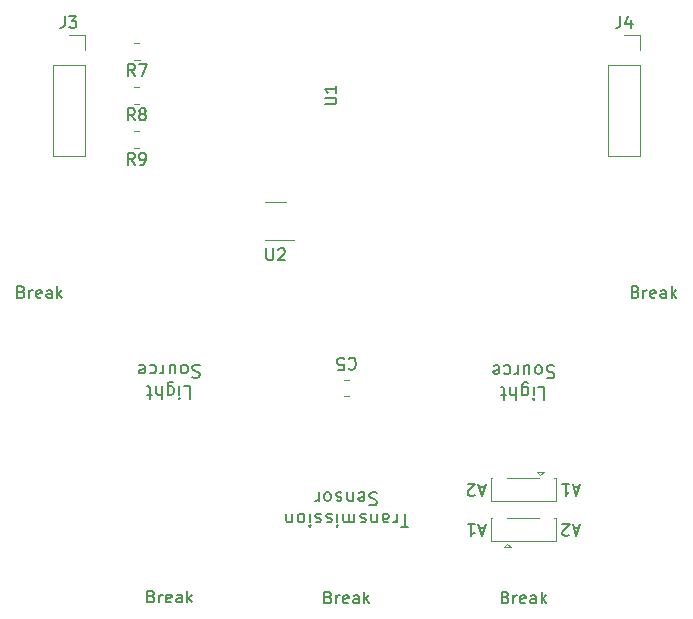
<source format=gbr>
%TF.GenerationSoftware,KiCad,Pcbnew,5.1.0*%
%TF.CreationDate,2019-04-05T03:55:09+02:00*%
%TF.ProjectId,BeerEyePi,42656572-4579-4655-9069-2e6b69636164,rev?*%
%TF.SameCoordinates,Original*%
%TF.FileFunction,Legend,Top*%
%TF.FilePolarity,Positive*%
%FSLAX46Y46*%
G04 Gerber Fmt 4.6, Leading zero omitted, Abs format (unit mm)*
G04 Created by KiCad (PCBNEW 5.1.0) date 2019-04-05 03:55:09*
%MOMM*%
%LPD*%
G04 APERTURE LIST*
%ADD10C,0.160000*%
%ADD11C,0.150000*%
%ADD12C,0.120000*%
%ADD13C,0.001000*%
%ADD14C,2.702000*%
%ADD15C,2.700200*%
%ADD16R,2.100000X2.100000*%
%ADD17O,2.100000X2.100000*%
%ADD18C,0.500200*%
%ADD19C,0.100000*%
%ADD20C,1.550000*%
%ADD21C,2.700020*%
%ADD22R,0.650000X2.900000*%
%ADD23R,3.750000X0.650000*%
%ADD24C,1.100000*%
%ADD25R,1.500000X1.500000*%
%ADD26C,0.300000*%
%ADD27C,1.000200*%
%ADD28R,1.960000X1.050000*%
G04 APERTURE END LIST*
D10*
X118730952Y-139607380D02*
X119254761Y-139607380D01*
X119254761Y-140707380D01*
X118364285Y-139607380D02*
X118364285Y-140340714D01*
X118364285Y-140707380D02*
X118416666Y-140655000D01*
X118364285Y-140602619D01*
X118311904Y-140655000D01*
X118364285Y-140707380D01*
X118364285Y-140602619D01*
X117369047Y-140340714D02*
X117369047Y-139450238D01*
X117421428Y-139345476D01*
X117473809Y-139293095D01*
X117578571Y-139240714D01*
X117735714Y-139240714D01*
X117840476Y-139293095D01*
X117369047Y-139659761D02*
X117473809Y-139607380D01*
X117683333Y-139607380D01*
X117788095Y-139659761D01*
X117840476Y-139712142D01*
X117892857Y-139816904D01*
X117892857Y-140131190D01*
X117840476Y-140235952D01*
X117788095Y-140288333D01*
X117683333Y-140340714D01*
X117473809Y-140340714D01*
X117369047Y-140288333D01*
X116845238Y-139607380D02*
X116845238Y-140707380D01*
X116373809Y-139607380D02*
X116373809Y-140183571D01*
X116426190Y-140288333D01*
X116530952Y-140340714D01*
X116688095Y-140340714D01*
X116792857Y-140288333D01*
X116845238Y-140235952D01*
X116007142Y-140340714D02*
X115588095Y-140340714D01*
X115850000Y-140707380D02*
X115850000Y-139764523D01*
X115797619Y-139659761D01*
X115692857Y-139607380D01*
X115588095Y-139607380D01*
X120092857Y-137849761D02*
X119935714Y-137797380D01*
X119673809Y-137797380D01*
X119569047Y-137849761D01*
X119516666Y-137902142D01*
X119464285Y-138006904D01*
X119464285Y-138111666D01*
X119516666Y-138216428D01*
X119569047Y-138268809D01*
X119673809Y-138321190D01*
X119883333Y-138373571D01*
X119988095Y-138425952D01*
X120040476Y-138478333D01*
X120092857Y-138583095D01*
X120092857Y-138687857D01*
X120040476Y-138792619D01*
X119988095Y-138845000D01*
X119883333Y-138897380D01*
X119621428Y-138897380D01*
X119464285Y-138845000D01*
X118835714Y-137797380D02*
X118940476Y-137849761D01*
X118992857Y-137902142D01*
X119045238Y-138006904D01*
X119045238Y-138321190D01*
X118992857Y-138425952D01*
X118940476Y-138478333D01*
X118835714Y-138530714D01*
X118678571Y-138530714D01*
X118573809Y-138478333D01*
X118521428Y-138425952D01*
X118469047Y-138321190D01*
X118469047Y-138006904D01*
X118521428Y-137902142D01*
X118573809Y-137849761D01*
X118678571Y-137797380D01*
X118835714Y-137797380D01*
X117526190Y-138530714D02*
X117526190Y-137797380D01*
X117997619Y-138530714D02*
X117997619Y-137954523D01*
X117945238Y-137849761D01*
X117840476Y-137797380D01*
X117683333Y-137797380D01*
X117578571Y-137849761D01*
X117526190Y-137902142D01*
X117002380Y-137797380D02*
X117002380Y-138530714D01*
X117002380Y-138321190D02*
X116950000Y-138425952D01*
X116897619Y-138478333D01*
X116792857Y-138530714D01*
X116688095Y-138530714D01*
X115850000Y-137849761D02*
X115954761Y-137797380D01*
X116164285Y-137797380D01*
X116269047Y-137849761D01*
X116321428Y-137902142D01*
X116373809Y-138006904D01*
X116373809Y-138321190D01*
X116321428Y-138425952D01*
X116269047Y-138478333D01*
X116164285Y-138530714D01*
X115954761Y-138530714D01*
X115850000Y-138478333D01*
X114959523Y-137849761D02*
X115064285Y-137797380D01*
X115273809Y-137797380D01*
X115378571Y-137849761D01*
X115430952Y-137954523D01*
X115430952Y-138373571D01*
X115378571Y-138478333D01*
X115273809Y-138530714D01*
X115064285Y-138530714D01*
X114959523Y-138478333D01*
X114907142Y-138373571D01*
X114907142Y-138268809D01*
X115430952Y-138164047D01*
X148730952Y-139657380D02*
X149254761Y-139657380D01*
X149254761Y-140757380D01*
X148364285Y-139657380D02*
X148364285Y-140390714D01*
X148364285Y-140757380D02*
X148416666Y-140705000D01*
X148364285Y-140652619D01*
X148311904Y-140705000D01*
X148364285Y-140757380D01*
X148364285Y-140652619D01*
X147369047Y-140390714D02*
X147369047Y-139500238D01*
X147421428Y-139395476D01*
X147473809Y-139343095D01*
X147578571Y-139290714D01*
X147735714Y-139290714D01*
X147840476Y-139343095D01*
X147369047Y-139709761D02*
X147473809Y-139657380D01*
X147683333Y-139657380D01*
X147788095Y-139709761D01*
X147840476Y-139762142D01*
X147892857Y-139866904D01*
X147892857Y-140181190D01*
X147840476Y-140285952D01*
X147788095Y-140338333D01*
X147683333Y-140390714D01*
X147473809Y-140390714D01*
X147369047Y-140338333D01*
X146845238Y-139657380D02*
X146845238Y-140757380D01*
X146373809Y-139657380D02*
X146373809Y-140233571D01*
X146426190Y-140338333D01*
X146530952Y-140390714D01*
X146688095Y-140390714D01*
X146792857Y-140338333D01*
X146845238Y-140285952D01*
X146007142Y-140390714D02*
X145588095Y-140390714D01*
X145850000Y-140757380D02*
X145850000Y-139814523D01*
X145797619Y-139709761D01*
X145692857Y-139657380D01*
X145588095Y-139657380D01*
X150092857Y-137899761D02*
X149935714Y-137847380D01*
X149673809Y-137847380D01*
X149569047Y-137899761D01*
X149516666Y-137952142D01*
X149464285Y-138056904D01*
X149464285Y-138161666D01*
X149516666Y-138266428D01*
X149569047Y-138318809D01*
X149673809Y-138371190D01*
X149883333Y-138423571D01*
X149988095Y-138475952D01*
X150040476Y-138528333D01*
X150092857Y-138633095D01*
X150092857Y-138737857D01*
X150040476Y-138842619D01*
X149988095Y-138895000D01*
X149883333Y-138947380D01*
X149621428Y-138947380D01*
X149464285Y-138895000D01*
X148835714Y-137847380D02*
X148940476Y-137899761D01*
X148992857Y-137952142D01*
X149045238Y-138056904D01*
X149045238Y-138371190D01*
X148992857Y-138475952D01*
X148940476Y-138528333D01*
X148835714Y-138580714D01*
X148678571Y-138580714D01*
X148573809Y-138528333D01*
X148521428Y-138475952D01*
X148469047Y-138371190D01*
X148469047Y-138056904D01*
X148521428Y-137952142D01*
X148573809Y-137899761D01*
X148678571Y-137847380D01*
X148835714Y-137847380D01*
X147526190Y-138580714D02*
X147526190Y-137847380D01*
X147997619Y-138580714D02*
X147997619Y-138004523D01*
X147945238Y-137899761D01*
X147840476Y-137847380D01*
X147683333Y-137847380D01*
X147578571Y-137899761D01*
X147526190Y-137952142D01*
X147002380Y-137847380D02*
X147002380Y-138580714D01*
X147002380Y-138371190D02*
X146950000Y-138475952D01*
X146897619Y-138528333D01*
X146792857Y-138580714D01*
X146688095Y-138580714D01*
X145850000Y-137899761D02*
X145954761Y-137847380D01*
X146164285Y-137847380D01*
X146269047Y-137899761D01*
X146321428Y-137952142D01*
X146373809Y-138056904D01*
X146373809Y-138371190D01*
X146321428Y-138475952D01*
X146269047Y-138528333D01*
X146164285Y-138580714D01*
X145954761Y-138580714D01*
X145850000Y-138528333D01*
X144959523Y-137899761D02*
X145064285Y-137847380D01*
X145273809Y-137847380D01*
X145378571Y-137899761D01*
X145430952Y-138004523D01*
X145430952Y-138423571D01*
X145378571Y-138528333D01*
X145273809Y-138580714D01*
X145064285Y-138580714D01*
X144959523Y-138528333D01*
X144907142Y-138423571D01*
X144907142Y-138318809D01*
X145430952Y-138214047D01*
X137738095Y-151507380D02*
X137109523Y-151507380D01*
X137423809Y-150407380D02*
X137423809Y-151507380D01*
X136742857Y-150407380D02*
X136742857Y-151140714D01*
X136742857Y-150931190D02*
X136690476Y-151035952D01*
X136638095Y-151088333D01*
X136533333Y-151140714D01*
X136428571Y-151140714D01*
X135590476Y-150407380D02*
X135590476Y-150983571D01*
X135642857Y-151088333D01*
X135747619Y-151140714D01*
X135957142Y-151140714D01*
X136061904Y-151088333D01*
X135590476Y-150459761D02*
X135695238Y-150407380D01*
X135957142Y-150407380D01*
X136061904Y-150459761D01*
X136114285Y-150564523D01*
X136114285Y-150669285D01*
X136061904Y-150774047D01*
X135957142Y-150826428D01*
X135695238Y-150826428D01*
X135590476Y-150878809D01*
X135066666Y-151140714D02*
X135066666Y-150407380D01*
X135066666Y-151035952D02*
X135014285Y-151088333D01*
X134909523Y-151140714D01*
X134752380Y-151140714D01*
X134647619Y-151088333D01*
X134595238Y-150983571D01*
X134595238Y-150407380D01*
X134123809Y-150459761D02*
X134019047Y-150407380D01*
X133809523Y-150407380D01*
X133704761Y-150459761D01*
X133652380Y-150564523D01*
X133652380Y-150616904D01*
X133704761Y-150721666D01*
X133809523Y-150774047D01*
X133966666Y-150774047D01*
X134071428Y-150826428D01*
X134123809Y-150931190D01*
X134123809Y-150983571D01*
X134071428Y-151088333D01*
X133966666Y-151140714D01*
X133809523Y-151140714D01*
X133704761Y-151088333D01*
X133180952Y-150407380D02*
X133180952Y-151140714D01*
X133180952Y-151035952D02*
X133128571Y-151088333D01*
X133023809Y-151140714D01*
X132866666Y-151140714D01*
X132761904Y-151088333D01*
X132709523Y-150983571D01*
X132709523Y-150407380D01*
X132709523Y-150983571D02*
X132657142Y-151088333D01*
X132552380Y-151140714D01*
X132395238Y-151140714D01*
X132290476Y-151088333D01*
X132238095Y-150983571D01*
X132238095Y-150407380D01*
X131714285Y-150407380D02*
X131714285Y-151140714D01*
X131714285Y-151507380D02*
X131766666Y-151455000D01*
X131714285Y-151402619D01*
X131661904Y-151455000D01*
X131714285Y-151507380D01*
X131714285Y-151402619D01*
X131242857Y-150459761D02*
X131138095Y-150407380D01*
X130928571Y-150407380D01*
X130823809Y-150459761D01*
X130771428Y-150564523D01*
X130771428Y-150616904D01*
X130823809Y-150721666D01*
X130928571Y-150774047D01*
X131085714Y-150774047D01*
X131190476Y-150826428D01*
X131242857Y-150931190D01*
X131242857Y-150983571D01*
X131190476Y-151088333D01*
X131085714Y-151140714D01*
X130928571Y-151140714D01*
X130823809Y-151088333D01*
X130352380Y-150459761D02*
X130247619Y-150407380D01*
X130038095Y-150407380D01*
X129933333Y-150459761D01*
X129880952Y-150564523D01*
X129880952Y-150616904D01*
X129933333Y-150721666D01*
X130038095Y-150774047D01*
X130195238Y-150774047D01*
X130300000Y-150826428D01*
X130352380Y-150931190D01*
X130352380Y-150983571D01*
X130300000Y-151088333D01*
X130195238Y-151140714D01*
X130038095Y-151140714D01*
X129933333Y-151088333D01*
X129409523Y-150407380D02*
X129409523Y-151140714D01*
X129409523Y-151507380D02*
X129461904Y-151455000D01*
X129409523Y-151402619D01*
X129357142Y-151455000D01*
X129409523Y-151507380D01*
X129409523Y-151402619D01*
X128728571Y-150407380D02*
X128833333Y-150459761D01*
X128885714Y-150512142D01*
X128938095Y-150616904D01*
X128938095Y-150931190D01*
X128885714Y-151035952D01*
X128833333Y-151088333D01*
X128728571Y-151140714D01*
X128571428Y-151140714D01*
X128466666Y-151088333D01*
X128414285Y-151035952D01*
X128361904Y-150931190D01*
X128361904Y-150616904D01*
X128414285Y-150512142D01*
X128466666Y-150459761D01*
X128571428Y-150407380D01*
X128728571Y-150407380D01*
X127890476Y-151140714D02*
X127890476Y-150407380D01*
X127890476Y-151035952D02*
X127838095Y-151088333D01*
X127733333Y-151140714D01*
X127576190Y-151140714D01*
X127471428Y-151088333D01*
X127419047Y-150983571D01*
X127419047Y-150407380D01*
X135066666Y-148649761D02*
X134909523Y-148597380D01*
X134647619Y-148597380D01*
X134542857Y-148649761D01*
X134490476Y-148702142D01*
X134438095Y-148806904D01*
X134438095Y-148911666D01*
X134490476Y-149016428D01*
X134542857Y-149068809D01*
X134647619Y-149121190D01*
X134857142Y-149173571D01*
X134961904Y-149225952D01*
X135014285Y-149278333D01*
X135066666Y-149383095D01*
X135066666Y-149487857D01*
X135014285Y-149592619D01*
X134961904Y-149645000D01*
X134857142Y-149697380D01*
X134595238Y-149697380D01*
X134438095Y-149645000D01*
X133547619Y-148649761D02*
X133652380Y-148597380D01*
X133861904Y-148597380D01*
X133966666Y-148649761D01*
X134019047Y-148754523D01*
X134019047Y-149173571D01*
X133966666Y-149278333D01*
X133861904Y-149330714D01*
X133652380Y-149330714D01*
X133547619Y-149278333D01*
X133495238Y-149173571D01*
X133495238Y-149068809D01*
X134019047Y-148964047D01*
X133023809Y-149330714D02*
X133023809Y-148597380D01*
X133023809Y-149225952D02*
X132971428Y-149278333D01*
X132866666Y-149330714D01*
X132709523Y-149330714D01*
X132604761Y-149278333D01*
X132552380Y-149173571D01*
X132552380Y-148597380D01*
X132080952Y-148649761D02*
X131976190Y-148597380D01*
X131766666Y-148597380D01*
X131661904Y-148649761D01*
X131609523Y-148754523D01*
X131609523Y-148806904D01*
X131661904Y-148911666D01*
X131766666Y-148964047D01*
X131923809Y-148964047D01*
X132028571Y-149016428D01*
X132080952Y-149121190D01*
X132080952Y-149173571D01*
X132028571Y-149278333D01*
X131923809Y-149330714D01*
X131766666Y-149330714D01*
X131661904Y-149278333D01*
X130980952Y-148597380D02*
X131085714Y-148649761D01*
X131138095Y-148702142D01*
X131190476Y-148806904D01*
X131190476Y-149121190D01*
X131138095Y-149225952D01*
X131085714Y-149278333D01*
X130980952Y-149330714D01*
X130823809Y-149330714D01*
X130719047Y-149278333D01*
X130666666Y-149225952D01*
X130614285Y-149121190D01*
X130614285Y-148806904D01*
X130666666Y-148702142D01*
X130719047Y-148649761D01*
X130823809Y-148597380D01*
X130980952Y-148597380D01*
X130142857Y-148597380D02*
X130142857Y-149330714D01*
X130142857Y-149121190D02*
X130090476Y-149225952D01*
X130038095Y-149278333D01*
X129933333Y-149330714D01*
X129828571Y-149330714D01*
D11*
X104976190Y-131628571D02*
X105119047Y-131676190D01*
X105166666Y-131723809D01*
X105214285Y-131819047D01*
X105214285Y-131961904D01*
X105166666Y-132057142D01*
X105119047Y-132104761D01*
X105023809Y-132152380D01*
X104642857Y-132152380D01*
X104642857Y-131152380D01*
X104976190Y-131152380D01*
X105071428Y-131200000D01*
X105119047Y-131247619D01*
X105166666Y-131342857D01*
X105166666Y-131438095D01*
X105119047Y-131533333D01*
X105071428Y-131580952D01*
X104976190Y-131628571D01*
X104642857Y-131628571D01*
X105642857Y-132152380D02*
X105642857Y-131485714D01*
X105642857Y-131676190D02*
X105690476Y-131580952D01*
X105738095Y-131533333D01*
X105833333Y-131485714D01*
X105928571Y-131485714D01*
X106642857Y-132104761D02*
X106547619Y-132152380D01*
X106357142Y-132152380D01*
X106261904Y-132104761D01*
X106214285Y-132009523D01*
X106214285Y-131628571D01*
X106261904Y-131533333D01*
X106357142Y-131485714D01*
X106547619Y-131485714D01*
X106642857Y-131533333D01*
X106690476Y-131628571D01*
X106690476Y-131723809D01*
X106214285Y-131819047D01*
X107547619Y-132152380D02*
X107547619Y-131628571D01*
X107500000Y-131533333D01*
X107404761Y-131485714D01*
X107214285Y-131485714D01*
X107119047Y-131533333D01*
X107547619Y-132104761D02*
X107452380Y-132152380D01*
X107214285Y-132152380D01*
X107119047Y-132104761D01*
X107071428Y-132009523D01*
X107071428Y-131914285D01*
X107119047Y-131819047D01*
X107214285Y-131771428D01*
X107452380Y-131771428D01*
X107547619Y-131723809D01*
X108023809Y-132152380D02*
X108023809Y-131152380D01*
X108119047Y-131771428D02*
X108404761Y-132152380D01*
X108404761Y-131485714D02*
X108023809Y-131866666D01*
X156976190Y-131628571D02*
X157119047Y-131676190D01*
X157166666Y-131723809D01*
X157214285Y-131819047D01*
X157214285Y-131961904D01*
X157166666Y-132057142D01*
X157119047Y-132104761D01*
X157023809Y-132152380D01*
X156642857Y-132152380D01*
X156642857Y-131152380D01*
X156976190Y-131152380D01*
X157071428Y-131200000D01*
X157119047Y-131247619D01*
X157166666Y-131342857D01*
X157166666Y-131438095D01*
X157119047Y-131533333D01*
X157071428Y-131580952D01*
X156976190Y-131628571D01*
X156642857Y-131628571D01*
X157642857Y-132152380D02*
X157642857Y-131485714D01*
X157642857Y-131676190D02*
X157690476Y-131580952D01*
X157738095Y-131533333D01*
X157833333Y-131485714D01*
X157928571Y-131485714D01*
X158642857Y-132104761D02*
X158547619Y-132152380D01*
X158357142Y-132152380D01*
X158261904Y-132104761D01*
X158214285Y-132009523D01*
X158214285Y-131628571D01*
X158261904Y-131533333D01*
X158357142Y-131485714D01*
X158547619Y-131485714D01*
X158642857Y-131533333D01*
X158690476Y-131628571D01*
X158690476Y-131723809D01*
X158214285Y-131819047D01*
X159547619Y-132152380D02*
X159547619Y-131628571D01*
X159500000Y-131533333D01*
X159404761Y-131485714D01*
X159214285Y-131485714D01*
X159119047Y-131533333D01*
X159547619Y-132104761D02*
X159452380Y-132152380D01*
X159214285Y-132152380D01*
X159119047Y-132104761D01*
X159071428Y-132009523D01*
X159071428Y-131914285D01*
X159119047Y-131819047D01*
X159214285Y-131771428D01*
X159452380Y-131771428D01*
X159547619Y-131723809D01*
X160023809Y-132152380D02*
X160023809Y-131152380D01*
X160119047Y-131771428D02*
X160404761Y-132152380D01*
X160404761Y-131485714D02*
X160023809Y-131866666D01*
X144214285Y-151583333D02*
X143738095Y-151583333D01*
X144309523Y-151297619D02*
X143976190Y-152297619D01*
X143642857Y-151297619D01*
X142785714Y-151297619D02*
X143357142Y-151297619D01*
X143071428Y-151297619D02*
X143071428Y-152297619D01*
X143166666Y-152154761D01*
X143261904Y-152059523D01*
X143357142Y-152011904D01*
X152214285Y-151583333D02*
X151738095Y-151583333D01*
X152309523Y-151297619D02*
X151976190Y-152297619D01*
X151642857Y-151297619D01*
X151357142Y-152202380D02*
X151309523Y-152250000D01*
X151214285Y-152297619D01*
X150976190Y-152297619D01*
X150880952Y-152250000D01*
X150833333Y-152202380D01*
X150785714Y-152107142D01*
X150785714Y-152011904D01*
X150833333Y-151869047D01*
X151404761Y-151297619D01*
X150785714Y-151297619D01*
X152214285Y-148183333D02*
X151738095Y-148183333D01*
X152309523Y-147897619D02*
X151976190Y-148897619D01*
X151642857Y-147897619D01*
X150785714Y-147897619D02*
X151357142Y-147897619D01*
X151071428Y-147897619D02*
X151071428Y-148897619D01*
X151166666Y-148754761D01*
X151261904Y-148659523D01*
X151357142Y-148611904D01*
X144214285Y-148183333D02*
X143738095Y-148183333D01*
X144309523Y-147897619D02*
X143976190Y-148897619D01*
X143642857Y-147897619D01*
X143357142Y-148802380D02*
X143309523Y-148850000D01*
X143214285Y-148897619D01*
X142976190Y-148897619D01*
X142880952Y-148850000D01*
X142833333Y-148802380D01*
X142785714Y-148707142D01*
X142785714Y-148611904D01*
X142833333Y-148469047D01*
X143404761Y-147897619D01*
X142785714Y-147897619D01*
X115976190Y-157403571D02*
X116119047Y-157451190D01*
X116166666Y-157498809D01*
X116214285Y-157594047D01*
X116214285Y-157736904D01*
X116166666Y-157832142D01*
X116119047Y-157879761D01*
X116023809Y-157927380D01*
X115642857Y-157927380D01*
X115642857Y-156927380D01*
X115976190Y-156927380D01*
X116071428Y-156975000D01*
X116119047Y-157022619D01*
X116166666Y-157117857D01*
X116166666Y-157213095D01*
X116119047Y-157308333D01*
X116071428Y-157355952D01*
X115976190Y-157403571D01*
X115642857Y-157403571D01*
X116642857Y-157927380D02*
X116642857Y-157260714D01*
X116642857Y-157451190D02*
X116690476Y-157355952D01*
X116738095Y-157308333D01*
X116833333Y-157260714D01*
X116928571Y-157260714D01*
X117642857Y-157879761D02*
X117547619Y-157927380D01*
X117357142Y-157927380D01*
X117261904Y-157879761D01*
X117214285Y-157784523D01*
X117214285Y-157403571D01*
X117261904Y-157308333D01*
X117357142Y-157260714D01*
X117547619Y-157260714D01*
X117642857Y-157308333D01*
X117690476Y-157403571D01*
X117690476Y-157498809D01*
X117214285Y-157594047D01*
X118547619Y-157927380D02*
X118547619Y-157403571D01*
X118500000Y-157308333D01*
X118404761Y-157260714D01*
X118214285Y-157260714D01*
X118119047Y-157308333D01*
X118547619Y-157879761D02*
X118452380Y-157927380D01*
X118214285Y-157927380D01*
X118119047Y-157879761D01*
X118071428Y-157784523D01*
X118071428Y-157689285D01*
X118119047Y-157594047D01*
X118214285Y-157546428D01*
X118452380Y-157546428D01*
X118547619Y-157498809D01*
X119023809Y-157927380D02*
X119023809Y-156927380D01*
X119119047Y-157546428D02*
X119404761Y-157927380D01*
X119404761Y-157260714D02*
X119023809Y-157641666D01*
X130976190Y-157478571D02*
X131119047Y-157526190D01*
X131166666Y-157573809D01*
X131214285Y-157669047D01*
X131214285Y-157811904D01*
X131166666Y-157907142D01*
X131119047Y-157954761D01*
X131023809Y-158002380D01*
X130642857Y-158002380D01*
X130642857Y-157002380D01*
X130976190Y-157002380D01*
X131071428Y-157050000D01*
X131119047Y-157097619D01*
X131166666Y-157192857D01*
X131166666Y-157288095D01*
X131119047Y-157383333D01*
X131071428Y-157430952D01*
X130976190Y-157478571D01*
X130642857Y-157478571D01*
X131642857Y-158002380D02*
X131642857Y-157335714D01*
X131642857Y-157526190D02*
X131690476Y-157430952D01*
X131738095Y-157383333D01*
X131833333Y-157335714D01*
X131928571Y-157335714D01*
X132642857Y-157954761D02*
X132547619Y-158002380D01*
X132357142Y-158002380D01*
X132261904Y-157954761D01*
X132214285Y-157859523D01*
X132214285Y-157478571D01*
X132261904Y-157383333D01*
X132357142Y-157335714D01*
X132547619Y-157335714D01*
X132642857Y-157383333D01*
X132690476Y-157478571D01*
X132690476Y-157573809D01*
X132214285Y-157669047D01*
X133547619Y-158002380D02*
X133547619Y-157478571D01*
X133500000Y-157383333D01*
X133404761Y-157335714D01*
X133214285Y-157335714D01*
X133119047Y-157383333D01*
X133547619Y-157954761D02*
X133452380Y-158002380D01*
X133214285Y-158002380D01*
X133119047Y-157954761D01*
X133071428Y-157859523D01*
X133071428Y-157764285D01*
X133119047Y-157669047D01*
X133214285Y-157621428D01*
X133452380Y-157621428D01*
X133547619Y-157573809D01*
X134023809Y-158002380D02*
X134023809Y-157002380D01*
X134119047Y-157621428D02*
X134404761Y-158002380D01*
X134404761Y-157335714D02*
X134023809Y-157716666D01*
X145976190Y-157478571D02*
X146119047Y-157526190D01*
X146166666Y-157573809D01*
X146214285Y-157669047D01*
X146214285Y-157811904D01*
X146166666Y-157907142D01*
X146119047Y-157954761D01*
X146023809Y-158002380D01*
X145642857Y-158002380D01*
X145642857Y-157002380D01*
X145976190Y-157002380D01*
X146071428Y-157050000D01*
X146119047Y-157097619D01*
X146166666Y-157192857D01*
X146166666Y-157288095D01*
X146119047Y-157383333D01*
X146071428Y-157430952D01*
X145976190Y-157478571D01*
X145642857Y-157478571D01*
X146642857Y-158002380D02*
X146642857Y-157335714D01*
X146642857Y-157526190D02*
X146690476Y-157430952D01*
X146738095Y-157383333D01*
X146833333Y-157335714D01*
X146928571Y-157335714D01*
X147642857Y-157954761D02*
X147547619Y-158002380D01*
X147357142Y-158002380D01*
X147261904Y-157954761D01*
X147214285Y-157859523D01*
X147214285Y-157478571D01*
X147261904Y-157383333D01*
X147357142Y-157335714D01*
X147547619Y-157335714D01*
X147642857Y-157383333D01*
X147690476Y-157478571D01*
X147690476Y-157573809D01*
X147214285Y-157669047D01*
X148547619Y-158002380D02*
X148547619Y-157478571D01*
X148500000Y-157383333D01*
X148404761Y-157335714D01*
X148214285Y-157335714D01*
X148119047Y-157383333D01*
X148547619Y-157954761D02*
X148452380Y-158002380D01*
X148214285Y-158002380D01*
X148119047Y-157954761D01*
X148071428Y-157859523D01*
X148071428Y-157764285D01*
X148119047Y-157669047D01*
X148214285Y-157621428D01*
X148452380Y-157621428D01*
X148547619Y-157573809D01*
X149023809Y-158002380D02*
X149023809Y-157002380D01*
X149119047Y-157621428D02*
X149404761Y-158002380D01*
X149404761Y-157335714D02*
X149023809Y-157716666D01*
D12*
X132785752Y-140473500D02*
X132263248Y-140473500D01*
X132785752Y-139053500D02*
X132263248Y-139053500D01*
X148600000Y-146850000D02*
X148900000Y-147150000D01*
X149200000Y-146850000D02*
X148600000Y-146850000D01*
X148900000Y-147150000D02*
X149200000Y-146850000D01*
X150250000Y-147400000D02*
X150250000Y-149350000D01*
X144750000Y-147400000D02*
X150250000Y-147400000D01*
X144750000Y-149350000D02*
X144750000Y-147400000D01*
X150250000Y-149350000D02*
X144750000Y-149350000D01*
X144750000Y-150750000D02*
X150250000Y-150750000D01*
X150250000Y-150750000D02*
X150250000Y-152700000D01*
X150250000Y-152700000D02*
X144750000Y-152700000D01*
X144750000Y-152700000D02*
X144750000Y-150750000D01*
X146100000Y-152950000D02*
X145800000Y-153250000D01*
X145800000Y-153250000D02*
X146400000Y-153250000D01*
X146400000Y-153250000D02*
X146100000Y-152950000D01*
X107670000Y-112460000D02*
X110330000Y-112460000D01*
X107670000Y-112460000D02*
X107670000Y-120140000D01*
X107670000Y-120140000D02*
X110330000Y-120140000D01*
X110330000Y-112460000D02*
X110330000Y-120140000D01*
X110330000Y-109860000D02*
X110330000Y-111190000D01*
X109000000Y-109860000D02*
X110330000Y-109860000D01*
X154670000Y-112460000D02*
X157330000Y-112460000D01*
X154670000Y-112460000D02*
X154670000Y-120140000D01*
X154670000Y-120140000D02*
X157330000Y-120140000D01*
X157330000Y-112460000D02*
X157330000Y-120140000D01*
X157330000Y-109860000D02*
X157330000Y-111190000D01*
X156000000Y-109860000D02*
X157330000Y-109860000D01*
X115011252Y-110540000D02*
X114488748Y-110540000D01*
X115011252Y-111960000D02*
X114488748Y-111960000D01*
X115011252Y-115710000D02*
X114488748Y-115710000D01*
X115011252Y-114290000D02*
X114488748Y-114290000D01*
X115011252Y-119460000D02*
X114488748Y-119460000D01*
X115011252Y-118040000D02*
X114488748Y-118040000D01*
X127392000Y-123993000D02*
X125592000Y-123993000D01*
X125592000Y-127213000D02*
X128042000Y-127213000D01*
D11*
X132691166Y-137306357D02*
X132738785Y-137258738D01*
X132881642Y-137211119D01*
X132976880Y-137211119D01*
X133119738Y-137258738D01*
X133214976Y-137353976D01*
X133262595Y-137449214D01*
X133310214Y-137639690D01*
X133310214Y-137782547D01*
X133262595Y-137973023D01*
X133214976Y-138068261D01*
X133119738Y-138163500D01*
X132976880Y-138211119D01*
X132881642Y-138211119D01*
X132738785Y-138163500D01*
X132691166Y-138115880D01*
X131786404Y-138211119D02*
X132262595Y-138211119D01*
X132310214Y-137734928D01*
X132262595Y-137782547D01*
X132167357Y-137830166D01*
X131929261Y-137830166D01*
X131834023Y-137782547D01*
X131786404Y-137734928D01*
X131738785Y-137639690D01*
X131738785Y-137401595D01*
X131786404Y-137306357D01*
X131834023Y-137258738D01*
X131929261Y-137211119D01*
X132167357Y-137211119D01*
X132262595Y-137258738D01*
X132310214Y-137306357D01*
X130652380Y-115761904D02*
X131461904Y-115761904D01*
X131557142Y-115714285D01*
X131604761Y-115666666D01*
X131652380Y-115571428D01*
X131652380Y-115380952D01*
X131604761Y-115285714D01*
X131557142Y-115238095D01*
X131461904Y-115190476D01*
X130652380Y-115190476D01*
X131652380Y-114190476D02*
X131652380Y-114761904D01*
X131652380Y-114476190D02*
X130652380Y-114476190D01*
X130795238Y-114571428D01*
X130890476Y-114666666D01*
X130938095Y-114761904D01*
X108632666Y-108291380D02*
X108632666Y-109005666D01*
X108585047Y-109148523D01*
X108489809Y-109243761D01*
X108346952Y-109291380D01*
X108251714Y-109291380D01*
X109013619Y-108291380D02*
X109632666Y-108291380D01*
X109299333Y-108672333D01*
X109442190Y-108672333D01*
X109537428Y-108719952D01*
X109585047Y-108767571D01*
X109632666Y-108862809D01*
X109632666Y-109100904D01*
X109585047Y-109196142D01*
X109537428Y-109243761D01*
X109442190Y-109291380D01*
X109156476Y-109291380D01*
X109061238Y-109243761D01*
X109013619Y-109196142D01*
X155686166Y-108291380D02*
X155686166Y-109005666D01*
X155638547Y-109148523D01*
X155543309Y-109243761D01*
X155400452Y-109291380D01*
X155305214Y-109291380D01*
X156590928Y-108624714D02*
X156590928Y-109291380D01*
X156352833Y-108243761D02*
X156114738Y-108958047D01*
X156733785Y-108958047D01*
X114583333Y-113352380D02*
X114250000Y-112876190D01*
X114011904Y-113352380D02*
X114011904Y-112352380D01*
X114392857Y-112352380D01*
X114488095Y-112400000D01*
X114535714Y-112447619D01*
X114583333Y-112542857D01*
X114583333Y-112685714D01*
X114535714Y-112780952D01*
X114488095Y-112828571D01*
X114392857Y-112876190D01*
X114011904Y-112876190D01*
X114916666Y-112352380D02*
X115583333Y-112352380D01*
X115154761Y-113352380D01*
X114583333Y-117102380D02*
X114250000Y-116626190D01*
X114011904Y-117102380D02*
X114011904Y-116102380D01*
X114392857Y-116102380D01*
X114488095Y-116150000D01*
X114535714Y-116197619D01*
X114583333Y-116292857D01*
X114583333Y-116435714D01*
X114535714Y-116530952D01*
X114488095Y-116578571D01*
X114392857Y-116626190D01*
X114011904Y-116626190D01*
X115154761Y-116530952D02*
X115059523Y-116483333D01*
X115011904Y-116435714D01*
X114964285Y-116340476D01*
X114964285Y-116292857D01*
X115011904Y-116197619D01*
X115059523Y-116150000D01*
X115154761Y-116102380D01*
X115345238Y-116102380D01*
X115440476Y-116150000D01*
X115488095Y-116197619D01*
X115535714Y-116292857D01*
X115535714Y-116340476D01*
X115488095Y-116435714D01*
X115440476Y-116483333D01*
X115345238Y-116530952D01*
X115154761Y-116530952D01*
X115059523Y-116578571D01*
X115011904Y-116626190D01*
X114964285Y-116721428D01*
X114964285Y-116911904D01*
X115011904Y-117007142D01*
X115059523Y-117054761D01*
X115154761Y-117102380D01*
X115345238Y-117102380D01*
X115440476Y-117054761D01*
X115488095Y-117007142D01*
X115535714Y-116911904D01*
X115535714Y-116721428D01*
X115488095Y-116626190D01*
X115440476Y-116578571D01*
X115345238Y-116530952D01*
X114583333Y-120852380D02*
X114250000Y-120376190D01*
X114011904Y-120852380D02*
X114011904Y-119852380D01*
X114392857Y-119852380D01*
X114488095Y-119900000D01*
X114535714Y-119947619D01*
X114583333Y-120042857D01*
X114583333Y-120185714D01*
X114535714Y-120280952D01*
X114488095Y-120328571D01*
X114392857Y-120376190D01*
X114011904Y-120376190D01*
X115059523Y-120852380D02*
X115250000Y-120852380D01*
X115345238Y-120804761D01*
X115392857Y-120757142D01*
X115488095Y-120614285D01*
X115535714Y-120423809D01*
X115535714Y-120042857D01*
X115488095Y-119947619D01*
X115440476Y-119900000D01*
X115345238Y-119852380D01*
X115154761Y-119852380D01*
X115059523Y-119900000D01*
X115011904Y-119947619D01*
X114964285Y-120042857D01*
X114964285Y-120280952D01*
X115011904Y-120376190D01*
X115059523Y-120423809D01*
X115154761Y-120471428D01*
X115345238Y-120471428D01*
X115440476Y-120423809D01*
X115488095Y-120376190D01*
X115535714Y-120280952D01*
X125730095Y-127955380D02*
X125730095Y-128764904D01*
X125777714Y-128860142D01*
X125825333Y-128907761D01*
X125920571Y-128955380D01*
X126111047Y-128955380D01*
X126206285Y-128907761D01*
X126253904Y-128860142D01*
X126301523Y-128764904D01*
X126301523Y-127955380D01*
X126730095Y-128050619D02*
X126777714Y-128003000D01*
X126872952Y-127955380D01*
X127111047Y-127955380D01*
X127206285Y-128003000D01*
X127253904Y-128050619D01*
X127301523Y-128145857D01*
X127301523Y-128241095D01*
X127253904Y-128383952D01*
X126682476Y-128955380D01*
X127301523Y-128955380D01*
%LPC*%
D13*
G36*
X128300000Y-111250000D02*
G01*
X128300000Y-118750000D01*
X129850000Y-118750000D01*
X129850000Y-111250000D01*
X128300000Y-111250000D01*
G37*
X128300000Y-111250000D02*
X128300000Y-118750000D01*
X129850000Y-118750000D01*
X129850000Y-111250000D01*
X128300000Y-111250000D01*
D14*
X104500000Y-121750000D03*
X104500000Y-108250000D03*
X160500000Y-108250000D03*
X160500000Y-121750000D03*
D15*
X160500000Y-115000000D03*
X104500000Y-115000000D03*
D16*
X139920000Y-107080000D03*
D17*
X139920000Y-104540000D03*
X142460000Y-107080000D03*
X142460000Y-104540000D03*
X145000000Y-107080000D03*
X145000000Y-104540000D03*
X147540000Y-107080000D03*
X147540000Y-104540000D03*
X150080000Y-107080000D03*
X150080000Y-104540000D03*
D18*
X149500000Y-155650000D03*
X148500000Y-155650000D03*
X147500000Y-155650000D03*
X146500000Y-155650000D03*
X108500000Y-129750000D03*
X107500000Y-129750000D03*
X106500000Y-129750000D03*
X105500000Y-129750000D03*
X160500000Y-129750000D03*
X159500000Y-129750000D03*
X158500000Y-129750000D03*
X157500000Y-129750000D03*
X119500000Y-155650000D03*
X118500000Y-155650000D03*
X117500000Y-155650000D03*
X116500000Y-155650000D03*
X134500000Y-155650000D03*
X133500000Y-155650000D03*
X132500000Y-155650000D03*
X131500000Y-155650000D03*
X145500000Y-155650000D03*
X130500000Y-155650000D03*
X156500000Y-129750000D03*
X104500000Y-129750000D03*
D19*
G36*
X134020571Y-138865123D02*
G01*
X134053281Y-138869975D01*
X134085357Y-138878009D01*
X134116491Y-138889149D01*
X134146384Y-138903287D01*
X134174747Y-138920287D01*
X134201307Y-138939985D01*
X134225808Y-138962192D01*
X134248015Y-138986693D01*
X134267713Y-139013253D01*
X134284713Y-139041616D01*
X134298851Y-139071509D01*
X134309991Y-139102643D01*
X134318025Y-139134719D01*
X134322877Y-139167429D01*
X134324500Y-139200456D01*
X134324500Y-140326544D01*
X134322877Y-140359571D01*
X134318025Y-140392281D01*
X134309991Y-140424357D01*
X134298851Y-140455491D01*
X134284713Y-140485384D01*
X134267713Y-140513747D01*
X134248015Y-140540307D01*
X134225808Y-140564808D01*
X134201307Y-140587015D01*
X134174747Y-140606713D01*
X134146384Y-140623713D01*
X134116491Y-140637851D01*
X134085357Y-140648991D01*
X134053281Y-140657025D01*
X134020571Y-140661877D01*
X133987544Y-140663500D01*
X133111456Y-140663500D01*
X133078429Y-140661877D01*
X133045719Y-140657025D01*
X133013643Y-140648991D01*
X132982509Y-140637851D01*
X132952616Y-140623713D01*
X132924253Y-140606713D01*
X132897693Y-140587015D01*
X132873192Y-140564808D01*
X132850985Y-140540307D01*
X132831287Y-140513747D01*
X132814287Y-140485384D01*
X132800149Y-140455491D01*
X132789009Y-140424357D01*
X132780975Y-140392281D01*
X132776123Y-140359571D01*
X132774500Y-140326544D01*
X132774500Y-139200456D01*
X132776123Y-139167429D01*
X132780975Y-139134719D01*
X132789009Y-139102643D01*
X132800149Y-139071509D01*
X132814287Y-139041616D01*
X132831287Y-139013253D01*
X132850985Y-138986693D01*
X132873192Y-138962192D01*
X132897693Y-138939985D01*
X132924253Y-138920287D01*
X132952616Y-138903287D01*
X132982509Y-138889149D01*
X133013643Y-138878009D01*
X133045719Y-138869975D01*
X133078429Y-138865123D01*
X133111456Y-138863500D01*
X133987544Y-138863500D01*
X134020571Y-138865123D01*
X134020571Y-138865123D01*
G37*
D20*
X133549500Y-139763500D03*
D19*
G36*
X131970571Y-138865123D02*
G01*
X132003281Y-138869975D01*
X132035357Y-138878009D01*
X132066491Y-138889149D01*
X132096384Y-138903287D01*
X132124747Y-138920287D01*
X132151307Y-138939985D01*
X132175808Y-138962192D01*
X132198015Y-138986693D01*
X132217713Y-139013253D01*
X132234713Y-139041616D01*
X132248851Y-139071509D01*
X132259991Y-139102643D01*
X132268025Y-139134719D01*
X132272877Y-139167429D01*
X132274500Y-139200456D01*
X132274500Y-140326544D01*
X132272877Y-140359571D01*
X132268025Y-140392281D01*
X132259991Y-140424357D01*
X132248851Y-140455491D01*
X132234713Y-140485384D01*
X132217713Y-140513747D01*
X132198015Y-140540307D01*
X132175808Y-140564808D01*
X132151307Y-140587015D01*
X132124747Y-140606713D01*
X132096384Y-140623713D01*
X132066491Y-140637851D01*
X132035357Y-140648991D01*
X132003281Y-140657025D01*
X131970571Y-140661877D01*
X131937544Y-140663500D01*
X131061456Y-140663500D01*
X131028429Y-140661877D01*
X130995719Y-140657025D01*
X130963643Y-140648991D01*
X130932509Y-140637851D01*
X130902616Y-140623713D01*
X130874253Y-140606713D01*
X130847693Y-140587015D01*
X130823192Y-140564808D01*
X130800985Y-140540307D01*
X130781287Y-140513747D01*
X130764287Y-140485384D01*
X130750149Y-140455491D01*
X130739009Y-140424357D01*
X130730975Y-140392281D01*
X130726123Y-140359571D01*
X130724500Y-140326544D01*
X130724500Y-139200456D01*
X130726123Y-139167429D01*
X130730975Y-139134719D01*
X130739009Y-139102643D01*
X130750149Y-139071509D01*
X130764287Y-139041616D01*
X130781287Y-139013253D01*
X130800985Y-138986693D01*
X130823192Y-138962192D01*
X130847693Y-138939985D01*
X130874253Y-138920287D01*
X130902616Y-138903287D01*
X130932509Y-138889149D01*
X130963643Y-138878009D01*
X130995719Y-138869975D01*
X131028429Y-138865123D01*
X131061456Y-138863500D01*
X131937544Y-138863500D01*
X131970571Y-138865123D01*
X131970571Y-138865123D01*
G37*
D20*
X131499500Y-139763500D03*
D21*
X103500000Y-103500000D03*
X161500000Y-103500000D03*
X161500000Y-126500000D03*
X103500000Y-126500000D03*
D16*
X108370000Y-104540000D03*
D17*
X108370000Y-102000000D03*
X110910000Y-104540000D03*
X110910000Y-102000000D03*
X113450000Y-104540000D03*
X113450000Y-102000000D03*
X115990000Y-104540000D03*
X115990000Y-102000000D03*
X118530000Y-104540000D03*
X118530000Y-102000000D03*
X121070000Y-104540000D03*
X121070000Y-102000000D03*
X123610000Y-104540000D03*
X123610000Y-102000000D03*
X126150000Y-104540000D03*
X126150000Y-102000000D03*
D22*
X129725000Y-112500000D03*
X129725000Y-117500000D03*
D23*
X128175000Y-111375000D03*
X128175000Y-118625000D03*
D19*
G36*
X127851955Y-112546324D02*
G01*
X127878650Y-112550284D01*
X127904828Y-112556841D01*
X127930238Y-112565933D01*
X127954634Y-112577472D01*
X127977782Y-112591346D01*
X127999458Y-112607422D01*
X128019454Y-112625546D01*
X128037578Y-112645542D01*
X128053654Y-112667218D01*
X128067528Y-112690366D01*
X128079067Y-112714762D01*
X128088159Y-112740172D01*
X128094716Y-112766350D01*
X128098676Y-112793045D01*
X128100000Y-112820000D01*
X128100000Y-113370000D01*
X128098676Y-113396955D01*
X128094716Y-113423650D01*
X128088159Y-113449828D01*
X128079067Y-113475238D01*
X128067528Y-113499634D01*
X128053654Y-113522782D01*
X128037578Y-113544458D01*
X128019454Y-113564454D01*
X127999458Y-113582578D01*
X127977782Y-113598654D01*
X127954634Y-113612528D01*
X127930238Y-113624067D01*
X127904828Y-113633159D01*
X127878650Y-113639716D01*
X127851955Y-113643676D01*
X127825000Y-113645000D01*
X124475000Y-113645000D01*
X124448045Y-113643676D01*
X124421350Y-113639716D01*
X124395172Y-113633159D01*
X124369762Y-113624067D01*
X124345366Y-113612528D01*
X124322218Y-113598654D01*
X124300542Y-113582578D01*
X124280546Y-113564454D01*
X124262422Y-113544458D01*
X124246346Y-113522782D01*
X124232472Y-113499634D01*
X124220933Y-113475238D01*
X124211841Y-113449828D01*
X124205284Y-113423650D01*
X124201324Y-113396955D01*
X124200000Y-113370000D01*
X124200000Y-112820000D01*
X124201324Y-112793045D01*
X124205284Y-112766350D01*
X124211841Y-112740172D01*
X124220933Y-112714762D01*
X124232472Y-112690366D01*
X124246346Y-112667218D01*
X124262422Y-112645542D01*
X124280546Y-112625546D01*
X124300542Y-112607422D01*
X124322218Y-112591346D01*
X124345366Y-112577472D01*
X124369762Y-112565933D01*
X124395172Y-112556841D01*
X124421350Y-112550284D01*
X124448045Y-112546324D01*
X124475000Y-112545000D01*
X127825000Y-112545000D01*
X127851955Y-112546324D01*
X127851955Y-112546324D01*
G37*
D24*
X126150000Y-113095000D03*
D19*
G36*
X127851955Y-113816324D02*
G01*
X127878650Y-113820284D01*
X127904828Y-113826841D01*
X127930238Y-113835933D01*
X127954634Y-113847472D01*
X127977782Y-113861346D01*
X127999458Y-113877422D01*
X128019454Y-113895546D01*
X128037578Y-113915542D01*
X128053654Y-113937218D01*
X128067528Y-113960366D01*
X128079067Y-113984762D01*
X128088159Y-114010172D01*
X128094716Y-114036350D01*
X128098676Y-114063045D01*
X128100000Y-114090000D01*
X128100000Y-114640000D01*
X128098676Y-114666955D01*
X128094716Y-114693650D01*
X128088159Y-114719828D01*
X128079067Y-114745238D01*
X128067528Y-114769634D01*
X128053654Y-114792782D01*
X128037578Y-114814458D01*
X128019454Y-114834454D01*
X127999458Y-114852578D01*
X127977782Y-114868654D01*
X127954634Y-114882528D01*
X127930238Y-114894067D01*
X127904828Y-114903159D01*
X127878650Y-114909716D01*
X127851955Y-114913676D01*
X127825000Y-114915000D01*
X124475000Y-114915000D01*
X124448045Y-114913676D01*
X124421350Y-114909716D01*
X124395172Y-114903159D01*
X124369762Y-114894067D01*
X124345366Y-114882528D01*
X124322218Y-114868654D01*
X124300542Y-114852578D01*
X124280546Y-114834454D01*
X124262422Y-114814458D01*
X124246346Y-114792782D01*
X124232472Y-114769634D01*
X124220933Y-114745238D01*
X124211841Y-114719828D01*
X124205284Y-114693650D01*
X124201324Y-114666955D01*
X124200000Y-114640000D01*
X124200000Y-114090000D01*
X124201324Y-114063045D01*
X124205284Y-114036350D01*
X124211841Y-114010172D01*
X124220933Y-113984762D01*
X124232472Y-113960366D01*
X124246346Y-113937218D01*
X124262422Y-113915542D01*
X124280546Y-113895546D01*
X124300542Y-113877422D01*
X124322218Y-113861346D01*
X124345366Y-113847472D01*
X124369762Y-113835933D01*
X124395172Y-113826841D01*
X124421350Y-113820284D01*
X124448045Y-113816324D01*
X124475000Y-113815000D01*
X127825000Y-113815000D01*
X127851955Y-113816324D01*
X127851955Y-113816324D01*
G37*
D24*
X126150000Y-114365000D03*
D19*
G36*
X127851955Y-116356324D02*
G01*
X127878650Y-116360284D01*
X127904828Y-116366841D01*
X127930238Y-116375933D01*
X127954634Y-116387472D01*
X127977782Y-116401346D01*
X127999458Y-116417422D01*
X128019454Y-116435546D01*
X128037578Y-116455542D01*
X128053654Y-116477218D01*
X128067528Y-116500366D01*
X128079067Y-116524762D01*
X128088159Y-116550172D01*
X128094716Y-116576350D01*
X128098676Y-116603045D01*
X128100000Y-116630000D01*
X128100000Y-117180000D01*
X128098676Y-117206955D01*
X128094716Y-117233650D01*
X128088159Y-117259828D01*
X128079067Y-117285238D01*
X128067528Y-117309634D01*
X128053654Y-117332782D01*
X128037578Y-117354458D01*
X128019454Y-117374454D01*
X127999458Y-117392578D01*
X127977782Y-117408654D01*
X127954634Y-117422528D01*
X127930238Y-117434067D01*
X127904828Y-117443159D01*
X127878650Y-117449716D01*
X127851955Y-117453676D01*
X127825000Y-117455000D01*
X124475000Y-117455000D01*
X124448045Y-117453676D01*
X124421350Y-117449716D01*
X124395172Y-117443159D01*
X124369762Y-117434067D01*
X124345366Y-117422528D01*
X124322218Y-117408654D01*
X124300542Y-117392578D01*
X124280546Y-117374454D01*
X124262422Y-117354458D01*
X124246346Y-117332782D01*
X124232472Y-117309634D01*
X124220933Y-117285238D01*
X124211841Y-117259828D01*
X124205284Y-117233650D01*
X124201324Y-117206955D01*
X124200000Y-117180000D01*
X124200000Y-116630000D01*
X124201324Y-116603045D01*
X124205284Y-116576350D01*
X124211841Y-116550172D01*
X124220933Y-116524762D01*
X124232472Y-116500366D01*
X124246346Y-116477218D01*
X124262422Y-116455542D01*
X124280546Y-116435546D01*
X124300542Y-116417422D01*
X124322218Y-116401346D01*
X124345366Y-116387472D01*
X124369762Y-116375933D01*
X124395172Y-116366841D01*
X124421350Y-116360284D01*
X124448045Y-116356324D01*
X124475000Y-116355000D01*
X127825000Y-116355000D01*
X127851955Y-116356324D01*
X127851955Y-116356324D01*
G37*
D24*
X126150000Y-116905000D03*
D19*
G36*
X127851955Y-115086324D02*
G01*
X127878650Y-115090284D01*
X127904828Y-115096841D01*
X127930238Y-115105933D01*
X127954634Y-115117472D01*
X127977782Y-115131346D01*
X127999458Y-115147422D01*
X128019454Y-115165546D01*
X128037578Y-115185542D01*
X128053654Y-115207218D01*
X128067528Y-115230366D01*
X128079067Y-115254762D01*
X128088159Y-115280172D01*
X128094716Y-115306350D01*
X128098676Y-115333045D01*
X128100000Y-115360000D01*
X128100000Y-115910000D01*
X128098676Y-115936955D01*
X128094716Y-115963650D01*
X128088159Y-115989828D01*
X128079067Y-116015238D01*
X128067528Y-116039634D01*
X128053654Y-116062782D01*
X128037578Y-116084458D01*
X128019454Y-116104454D01*
X127999458Y-116122578D01*
X127977782Y-116138654D01*
X127954634Y-116152528D01*
X127930238Y-116164067D01*
X127904828Y-116173159D01*
X127878650Y-116179716D01*
X127851955Y-116183676D01*
X127825000Y-116185000D01*
X124475000Y-116185000D01*
X124448045Y-116183676D01*
X124421350Y-116179716D01*
X124395172Y-116173159D01*
X124369762Y-116164067D01*
X124345366Y-116152528D01*
X124322218Y-116138654D01*
X124300542Y-116122578D01*
X124280546Y-116104454D01*
X124262422Y-116084458D01*
X124246346Y-116062782D01*
X124232472Y-116039634D01*
X124220933Y-116015238D01*
X124211841Y-115989828D01*
X124205284Y-115963650D01*
X124201324Y-115936955D01*
X124200000Y-115910000D01*
X124200000Y-115360000D01*
X124201324Y-115333045D01*
X124205284Y-115306350D01*
X124211841Y-115280172D01*
X124220933Y-115254762D01*
X124232472Y-115230366D01*
X124246346Y-115207218D01*
X124262422Y-115185542D01*
X124280546Y-115165546D01*
X124300542Y-115147422D01*
X124322218Y-115131346D01*
X124345366Y-115117472D01*
X124369762Y-115105933D01*
X124395172Y-115096841D01*
X124421350Y-115090284D01*
X124448045Y-115086324D01*
X124475000Y-115085000D01*
X127825000Y-115085000D01*
X127851955Y-115086324D01*
X127851955Y-115086324D01*
G37*
D24*
X126150000Y-115635000D03*
D25*
X146300000Y-148350000D03*
X148700000Y-148350000D03*
D26*
X149500000Y-148350000D03*
D19*
G36*
X148960982Y-149296157D02*
G01*
X148923463Y-149284776D01*
X148888886Y-149266294D01*
X148858579Y-149241421D01*
X148833590Y-149210940D01*
X148333590Y-148460940D01*
X148315144Y-148426343D01*
X148303802Y-148388813D01*
X148300000Y-148349791D01*
X148303884Y-148310777D01*
X148315304Y-148273270D01*
X148333590Y-148239060D01*
X148833590Y-147489060D01*
X148858431Y-147458727D01*
X148888712Y-147433822D01*
X148923270Y-147415304D01*
X148960777Y-147403884D01*
X149000000Y-147400000D01*
X150000000Y-147400000D01*
X150039018Y-147403843D01*
X150076537Y-147415224D01*
X150111114Y-147433706D01*
X150141421Y-147458579D01*
X150166294Y-147488886D01*
X150184776Y-147523463D01*
X150196157Y-147560982D01*
X150200000Y-147600000D01*
X150200000Y-149100000D01*
X150196157Y-149139018D01*
X150184776Y-149176537D01*
X150166294Y-149211114D01*
X150141421Y-149241421D01*
X150111114Y-149266294D01*
X150076537Y-149284776D01*
X150039018Y-149296157D01*
X150000000Y-149300000D01*
X149000000Y-149300000D01*
X148960982Y-149296157D01*
X148960982Y-149296157D01*
G37*
D26*
X145500000Y-148350000D03*
D19*
G36*
X146039018Y-147403843D02*
G01*
X146076537Y-147415224D01*
X146111114Y-147433706D01*
X146141421Y-147458579D01*
X146166410Y-147489060D01*
X146666410Y-148239060D01*
X146684856Y-148273657D01*
X146696198Y-148311187D01*
X146700000Y-148350209D01*
X146696116Y-148389223D01*
X146684696Y-148426730D01*
X146666410Y-148460940D01*
X146166410Y-149210940D01*
X146141569Y-149241273D01*
X146111288Y-149266178D01*
X146076730Y-149284696D01*
X146039223Y-149296116D01*
X146000000Y-149300000D01*
X145000000Y-149300000D01*
X144960982Y-149296157D01*
X144923463Y-149284776D01*
X144888886Y-149266294D01*
X144858579Y-149241421D01*
X144833706Y-149211114D01*
X144815224Y-149176537D01*
X144803843Y-149139018D01*
X144800000Y-149100000D01*
X144800000Y-147600000D01*
X144803843Y-147560982D01*
X144815224Y-147523463D01*
X144833706Y-147488886D01*
X144858579Y-147458579D01*
X144888886Y-147433706D01*
X144923463Y-147415224D01*
X144960982Y-147403843D01*
X145000000Y-147400000D01*
X146000000Y-147400000D01*
X146039018Y-147403843D01*
X146039018Y-147403843D01*
G37*
D26*
X149500000Y-151750000D03*
D19*
G36*
X148960982Y-152696157D02*
G01*
X148923463Y-152684776D01*
X148888886Y-152666294D01*
X148858579Y-152641421D01*
X148833590Y-152610940D01*
X148333590Y-151860940D01*
X148315144Y-151826343D01*
X148303802Y-151788813D01*
X148300000Y-151749791D01*
X148303884Y-151710777D01*
X148315304Y-151673270D01*
X148333590Y-151639060D01*
X148833590Y-150889060D01*
X148858431Y-150858727D01*
X148888712Y-150833822D01*
X148923270Y-150815304D01*
X148960777Y-150803884D01*
X149000000Y-150800000D01*
X150000000Y-150800000D01*
X150039018Y-150803843D01*
X150076537Y-150815224D01*
X150111114Y-150833706D01*
X150141421Y-150858579D01*
X150166294Y-150888886D01*
X150184776Y-150923463D01*
X150196157Y-150960982D01*
X150200000Y-151000000D01*
X150200000Y-152500000D01*
X150196157Y-152539018D01*
X150184776Y-152576537D01*
X150166294Y-152611114D01*
X150141421Y-152641421D01*
X150111114Y-152666294D01*
X150076537Y-152684776D01*
X150039018Y-152696157D01*
X150000000Y-152700000D01*
X149000000Y-152700000D01*
X148960982Y-152696157D01*
X148960982Y-152696157D01*
G37*
D26*
X145500000Y-151750000D03*
D19*
G36*
X146039018Y-150803843D02*
G01*
X146076537Y-150815224D01*
X146111114Y-150833706D01*
X146141421Y-150858579D01*
X146166410Y-150889060D01*
X146666410Y-151639060D01*
X146684856Y-151673657D01*
X146696198Y-151711187D01*
X146700000Y-151750209D01*
X146696116Y-151789223D01*
X146684696Y-151826730D01*
X146666410Y-151860940D01*
X146166410Y-152610940D01*
X146141569Y-152641273D01*
X146111288Y-152666178D01*
X146076730Y-152684696D01*
X146039223Y-152696116D01*
X146000000Y-152700000D01*
X145000000Y-152700000D01*
X144960982Y-152696157D01*
X144923463Y-152684776D01*
X144888886Y-152666294D01*
X144858579Y-152641421D01*
X144833706Y-152611114D01*
X144815224Y-152576537D01*
X144803843Y-152539018D01*
X144800000Y-152500000D01*
X144800000Y-151000000D01*
X144803843Y-150960982D01*
X144815224Y-150923463D01*
X144833706Y-150888886D01*
X144858579Y-150858579D01*
X144888886Y-150833706D01*
X144923463Y-150815224D01*
X144960982Y-150803843D01*
X145000000Y-150800000D01*
X146000000Y-150800000D01*
X146039018Y-150803843D01*
X146039018Y-150803843D01*
G37*
D25*
X146300000Y-151750000D03*
X148700000Y-151750000D03*
D16*
X109000000Y-111190000D03*
D17*
X109000000Y-113730000D03*
X109000000Y-116270000D03*
X109000000Y-118810000D03*
X128690000Y-142500000D03*
X131230000Y-142500000D03*
X133770000Y-142500000D03*
D16*
X136310000Y-142500000D03*
X156000000Y-111190000D03*
D17*
X156000000Y-113730000D03*
X156000000Y-116270000D03*
X156000000Y-118810000D03*
X143690000Y-142500000D03*
X146230000Y-142500000D03*
X148770000Y-142500000D03*
D16*
X151310000Y-142500000D03*
X121310000Y-142500000D03*
D17*
X118770000Y-142500000D03*
X116230000Y-142500000D03*
X113690000Y-142500000D03*
D27*
X128000000Y-153750000D03*
X137000000Y-153750000D03*
X113000000Y-153750000D03*
X122000000Y-153750000D03*
X143000000Y-153750000D03*
X152000000Y-153750000D03*
D18*
X115500000Y-155650000D03*
D19*
G36*
X114196071Y-110351623D02*
G01*
X114228781Y-110356475D01*
X114260857Y-110364509D01*
X114291991Y-110375649D01*
X114321884Y-110389787D01*
X114350247Y-110406787D01*
X114376807Y-110426485D01*
X114401308Y-110448692D01*
X114423515Y-110473193D01*
X114443213Y-110499753D01*
X114460213Y-110528116D01*
X114474351Y-110558009D01*
X114485491Y-110589143D01*
X114493525Y-110621219D01*
X114498377Y-110653929D01*
X114500000Y-110686956D01*
X114500000Y-111813044D01*
X114498377Y-111846071D01*
X114493525Y-111878781D01*
X114485491Y-111910857D01*
X114474351Y-111941991D01*
X114460213Y-111971884D01*
X114443213Y-112000247D01*
X114423515Y-112026807D01*
X114401308Y-112051308D01*
X114376807Y-112073515D01*
X114350247Y-112093213D01*
X114321884Y-112110213D01*
X114291991Y-112124351D01*
X114260857Y-112135491D01*
X114228781Y-112143525D01*
X114196071Y-112148377D01*
X114163044Y-112150000D01*
X113286956Y-112150000D01*
X113253929Y-112148377D01*
X113221219Y-112143525D01*
X113189143Y-112135491D01*
X113158009Y-112124351D01*
X113128116Y-112110213D01*
X113099753Y-112093213D01*
X113073193Y-112073515D01*
X113048692Y-112051308D01*
X113026485Y-112026807D01*
X113006787Y-112000247D01*
X112989787Y-111971884D01*
X112975649Y-111941991D01*
X112964509Y-111910857D01*
X112956475Y-111878781D01*
X112951623Y-111846071D01*
X112950000Y-111813044D01*
X112950000Y-110686956D01*
X112951623Y-110653929D01*
X112956475Y-110621219D01*
X112964509Y-110589143D01*
X112975649Y-110558009D01*
X112989787Y-110528116D01*
X113006787Y-110499753D01*
X113026485Y-110473193D01*
X113048692Y-110448692D01*
X113073193Y-110426485D01*
X113099753Y-110406787D01*
X113128116Y-110389787D01*
X113158009Y-110375649D01*
X113189143Y-110364509D01*
X113221219Y-110356475D01*
X113253929Y-110351623D01*
X113286956Y-110350000D01*
X114163044Y-110350000D01*
X114196071Y-110351623D01*
X114196071Y-110351623D01*
G37*
D20*
X113725000Y-111250000D03*
D19*
G36*
X116246071Y-110351623D02*
G01*
X116278781Y-110356475D01*
X116310857Y-110364509D01*
X116341991Y-110375649D01*
X116371884Y-110389787D01*
X116400247Y-110406787D01*
X116426807Y-110426485D01*
X116451308Y-110448692D01*
X116473515Y-110473193D01*
X116493213Y-110499753D01*
X116510213Y-110528116D01*
X116524351Y-110558009D01*
X116535491Y-110589143D01*
X116543525Y-110621219D01*
X116548377Y-110653929D01*
X116550000Y-110686956D01*
X116550000Y-111813044D01*
X116548377Y-111846071D01*
X116543525Y-111878781D01*
X116535491Y-111910857D01*
X116524351Y-111941991D01*
X116510213Y-111971884D01*
X116493213Y-112000247D01*
X116473515Y-112026807D01*
X116451308Y-112051308D01*
X116426807Y-112073515D01*
X116400247Y-112093213D01*
X116371884Y-112110213D01*
X116341991Y-112124351D01*
X116310857Y-112135491D01*
X116278781Y-112143525D01*
X116246071Y-112148377D01*
X116213044Y-112150000D01*
X115336956Y-112150000D01*
X115303929Y-112148377D01*
X115271219Y-112143525D01*
X115239143Y-112135491D01*
X115208009Y-112124351D01*
X115178116Y-112110213D01*
X115149753Y-112093213D01*
X115123193Y-112073515D01*
X115098692Y-112051308D01*
X115076485Y-112026807D01*
X115056787Y-112000247D01*
X115039787Y-111971884D01*
X115025649Y-111941991D01*
X115014509Y-111910857D01*
X115006475Y-111878781D01*
X115001623Y-111846071D01*
X115000000Y-111813044D01*
X115000000Y-110686956D01*
X115001623Y-110653929D01*
X115006475Y-110621219D01*
X115014509Y-110589143D01*
X115025649Y-110558009D01*
X115039787Y-110528116D01*
X115056787Y-110499753D01*
X115076485Y-110473193D01*
X115098692Y-110448692D01*
X115123193Y-110426485D01*
X115149753Y-110406787D01*
X115178116Y-110389787D01*
X115208009Y-110375649D01*
X115239143Y-110364509D01*
X115271219Y-110356475D01*
X115303929Y-110351623D01*
X115336956Y-110350000D01*
X116213044Y-110350000D01*
X116246071Y-110351623D01*
X116246071Y-110351623D01*
G37*
D20*
X115775000Y-111250000D03*
D19*
G36*
X116246071Y-114101623D02*
G01*
X116278781Y-114106475D01*
X116310857Y-114114509D01*
X116341991Y-114125649D01*
X116371884Y-114139787D01*
X116400247Y-114156787D01*
X116426807Y-114176485D01*
X116451308Y-114198692D01*
X116473515Y-114223193D01*
X116493213Y-114249753D01*
X116510213Y-114278116D01*
X116524351Y-114308009D01*
X116535491Y-114339143D01*
X116543525Y-114371219D01*
X116548377Y-114403929D01*
X116550000Y-114436956D01*
X116550000Y-115563044D01*
X116548377Y-115596071D01*
X116543525Y-115628781D01*
X116535491Y-115660857D01*
X116524351Y-115691991D01*
X116510213Y-115721884D01*
X116493213Y-115750247D01*
X116473515Y-115776807D01*
X116451308Y-115801308D01*
X116426807Y-115823515D01*
X116400247Y-115843213D01*
X116371884Y-115860213D01*
X116341991Y-115874351D01*
X116310857Y-115885491D01*
X116278781Y-115893525D01*
X116246071Y-115898377D01*
X116213044Y-115900000D01*
X115336956Y-115900000D01*
X115303929Y-115898377D01*
X115271219Y-115893525D01*
X115239143Y-115885491D01*
X115208009Y-115874351D01*
X115178116Y-115860213D01*
X115149753Y-115843213D01*
X115123193Y-115823515D01*
X115098692Y-115801308D01*
X115076485Y-115776807D01*
X115056787Y-115750247D01*
X115039787Y-115721884D01*
X115025649Y-115691991D01*
X115014509Y-115660857D01*
X115006475Y-115628781D01*
X115001623Y-115596071D01*
X115000000Y-115563044D01*
X115000000Y-114436956D01*
X115001623Y-114403929D01*
X115006475Y-114371219D01*
X115014509Y-114339143D01*
X115025649Y-114308009D01*
X115039787Y-114278116D01*
X115056787Y-114249753D01*
X115076485Y-114223193D01*
X115098692Y-114198692D01*
X115123193Y-114176485D01*
X115149753Y-114156787D01*
X115178116Y-114139787D01*
X115208009Y-114125649D01*
X115239143Y-114114509D01*
X115271219Y-114106475D01*
X115303929Y-114101623D01*
X115336956Y-114100000D01*
X116213044Y-114100000D01*
X116246071Y-114101623D01*
X116246071Y-114101623D01*
G37*
D20*
X115775000Y-115000000D03*
D19*
G36*
X114196071Y-114101623D02*
G01*
X114228781Y-114106475D01*
X114260857Y-114114509D01*
X114291991Y-114125649D01*
X114321884Y-114139787D01*
X114350247Y-114156787D01*
X114376807Y-114176485D01*
X114401308Y-114198692D01*
X114423515Y-114223193D01*
X114443213Y-114249753D01*
X114460213Y-114278116D01*
X114474351Y-114308009D01*
X114485491Y-114339143D01*
X114493525Y-114371219D01*
X114498377Y-114403929D01*
X114500000Y-114436956D01*
X114500000Y-115563044D01*
X114498377Y-115596071D01*
X114493525Y-115628781D01*
X114485491Y-115660857D01*
X114474351Y-115691991D01*
X114460213Y-115721884D01*
X114443213Y-115750247D01*
X114423515Y-115776807D01*
X114401308Y-115801308D01*
X114376807Y-115823515D01*
X114350247Y-115843213D01*
X114321884Y-115860213D01*
X114291991Y-115874351D01*
X114260857Y-115885491D01*
X114228781Y-115893525D01*
X114196071Y-115898377D01*
X114163044Y-115900000D01*
X113286956Y-115900000D01*
X113253929Y-115898377D01*
X113221219Y-115893525D01*
X113189143Y-115885491D01*
X113158009Y-115874351D01*
X113128116Y-115860213D01*
X113099753Y-115843213D01*
X113073193Y-115823515D01*
X113048692Y-115801308D01*
X113026485Y-115776807D01*
X113006787Y-115750247D01*
X112989787Y-115721884D01*
X112975649Y-115691991D01*
X112964509Y-115660857D01*
X112956475Y-115628781D01*
X112951623Y-115596071D01*
X112950000Y-115563044D01*
X112950000Y-114436956D01*
X112951623Y-114403929D01*
X112956475Y-114371219D01*
X112964509Y-114339143D01*
X112975649Y-114308009D01*
X112989787Y-114278116D01*
X113006787Y-114249753D01*
X113026485Y-114223193D01*
X113048692Y-114198692D01*
X113073193Y-114176485D01*
X113099753Y-114156787D01*
X113128116Y-114139787D01*
X113158009Y-114125649D01*
X113189143Y-114114509D01*
X113221219Y-114106475D01*
X113253929Y-114101623D01*
X113286956Y-114100000D01*
X114163044Y-114100000D01*
X114196071Y-114101623D01*
X114196071Y-114101623D01*
G37*
D20*
X113725000Y-115000000D03*
D19*
G36*
X116246071Y-117851623D02*
G01*
X116278781Y-117856475D01*
X116310857Y-117864509D01*
X116341991Y-117875649D01*
X116371884Y-117889787D01*
X116400247Y-117906787D01*
X116426807Y-117926485D01*
X116451308Y-117948692D01*
X116473515Y-117973193D01*
X116493213Y-117999753D01*
X116510213Y-118028116D01*
X116524351Y-118058009D01*
X116535491Y-118089143D01*
X116543525Y-118121219D01*
X116548377Y-118153929D01*
X116550000Y-118186956D01*
X116550000Y-119313044D01*
X116548377Y-119346071D01*
X116543525Y-119378781D01*
X116535491Y-119410857D01*
X116524351Y-119441991D01*
X116510213Y-119471884D01*
X116493213Y-119500247D01*
X116473515Y-119526807D01*
X116451308Y-119551308D01*
X116426807Y-119573515D01*
X116400247Y-119593213D01*
X116371884Y-119610213D01*
X116341991Y-119624351D01*
X116310857Y-119635491D01*
X116278781Y-119643525D01*
X116246071Y-119648377D01*
X116213044Y-119650000D01*
X115336956Y-119650000D01*
X115303929Y-119648377D01*
X115271219Y-119643525D01*
X115239143Y-119635491D01*
X115208009Y-119624351D01*
X115178116Y-119610213D01*
X115149753Y-119593213D01*
X115123193Y-119573515D01*
X115098692Y-119551308D01*
X115076485Y-119526807D01*
X115056787Y-119500247D01*
X115039787Y-119471884D01*
X115025649Y-119441991D01*
X115014509Y-119410857D01*
X115006475Y-119378781D01*
X115001623Y-119346071D01*
X115000000Y-119313044D01*
X115000000Y-118186956D01*
X115001623Y-118153929D01*
X115006475Y-118121219D01*
X115014509Y-118089143D01*
X115025649Y-118058009D01*
X115039787Y-118028116D01*
X115056787Y-117999753D01*
X115076485Y-117973193D01*
X115098692Y-117948692D01*
X115123193Y-117926485D01*
X115149753Y-117906787D01*
X115178116Y-117889787D01*
X115208009Y-117875649D01*
X115239143Y-117864509D01*
X115271219Y-117856475D01*
X115303929Y-117851623D01*
X115336956Y-117850000D01*
X116213044Y-117850000D01*
X116246071Y-117851623D01*
X116246071Y-117851623D01*
G37*
D20*
X115775000Y-118750000D03*
D19*
G36*
X114196071Y-117851623D02*
G01*
X114228781Y-117856475D01*
X114260857Y-117864509D01*
X114291991Y-117875649D01*
X114321884Y-117889787D01*
X114350247Y-117906787D01*
X114376807Y-117926485D01*
X114401308Y-117948692D01*
X114423515Y-117973193D01*
X114443213Y-117999753D01*
X114460213Y-118028116D01*
X114474351Y-118058009D01*
X114485491Y-118089143D01*
X114493525Y-118121219D01*
X114498377Y-118153929D01*
X114500000Y-118186956D01*
X114500000Y-119313044D01*
X114498377Y-119346071D01*
X114493525Y-119378781D01*
X114485491Y-119410857D01*
X114474351Y-119441991D01*
X114460213Y-119471884D01*
X114443213Y-119500247D01*
X114423515Y-119526807D01*
X114401308Y-119551308D01*
X114376807Y-119573515D01*
X114350247Y-119593213D01*
X114321884Y-119610213D01*
X114291991Y-119624351D01*
X114260857Y-119635491D01*
X114228781Y-119643525D01*
X114196071Y-119648377D01*
X114163044Y-119650000D01*
X113286956Y-119650000D01*
X113253929Y-119648377D01*
X113221219Y-119643525D01*
X113189143Y-119635491D01*
X113158009Y-119624351D01*
X113128116Y-119610213D01*
X113099753Y-119593213D01*
X113073193Y-119573515D01*
X113048692Y-119551308D01*
X113026485Y-119526807D01*
X113006787Y-119500247D01*
X112989787Y-119471884D01*
X112975649Y-119441991D01*
X112964509Y-119410857D01*
X112956475Y-119378781D01*
X112951623Y-119346071D01*
X112950000Y-119313044D01*
X112950000Y-118186956D01*
X112951623Y-118153929D01*
X112956475Y-118121219D01*
X112964509Y-118089143D01*
X112975649Y-118058009D01*
X112989787Y-118028116D01*
X113006787Y-117999753D01*
X113026485Y-117973193D01*
X113048692Y-117948692D01*
X113073193Y-117926485D01*
X113099753Y-117906787D01*
X113128116Y-117889787D01*
X113158009Y-117875649D01*
X113189143Y-117864509D01*
X113221219Y-117856475D01*
X113253929Y-117851623D01*
X113286956Y-117850000D01*
X114163044Y-117850000D01*
X114196071Y-117851623D01*
X114196071Y-117851623D01*
G37*
D20*
X113725000Y-118750000D03*
D28*
X127842000Y-126553000D03*
X127842000Y-125603000D03*
X127842000Y-124653000D03*
X125142000Y-124653000D03*
X125142000Y-126553000D03*
M02*

</source>
